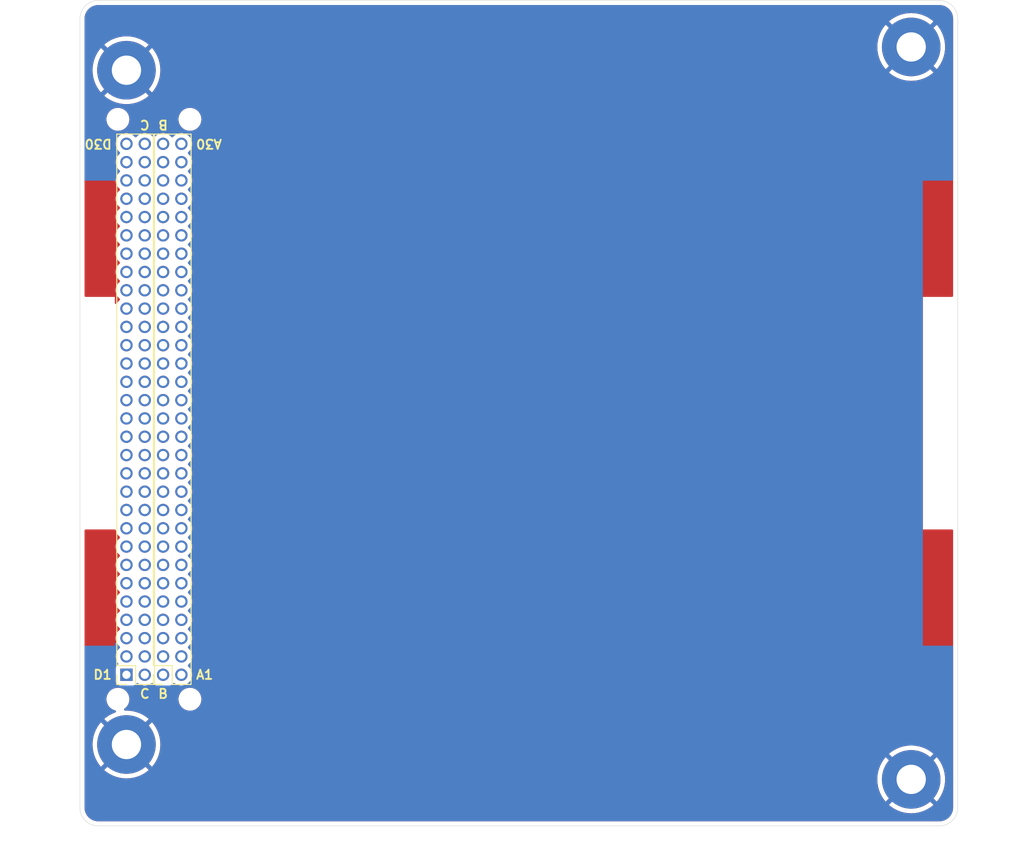
<source format=kicad_pcb>
(kicad_pcb (version 20241229) (generator "pcbnew") (generator_version "9.0")
  (title_block (title "PCI-104 Template") (date "2024-10-19") (rev "A") (company "GU Orbit") (comment 1 "PLS NO MORE IMPERIAL UNITS"))
  (layers (0 "F.Cu" signal) (2 "B.Cu" signal) (13 "F.Paste" user) (15 "B.Paste" user) (5 "F.SilkS" user "F.Silkscreen") (7 "B.SilkS" user "B.Silkscreen") (1 "F.Mask" user) (3 "B.Mask" user) (25 "Edge.Cuts" user))
  (net 0 "")
  (net 1 "GND")
  (footprint "MountingHole:MountingHole_3.2mm_M3_Pad_TopBottom" (layer "F.Cu") (at 140.725 134.43)
    (property "Reference" "H4" (hide yes))
    (property "Value" "MountingHole_Pad")
    (pad "1" thru_hole circle (at 0 0) (size 3.6 3.6) (drill 3.2) (layers "*.Cu" "*.Mask") (net 1 "GND"))
    (pad "1" connect circle (at 0 0) (size 6.4 6.4) (layers "F.Cu" "F.Mask") (net 1 "GND"))
    (pad "1" connect circle (at 0 0) (size 6.4 6.4) (layers "B.Cu" "B.Mask") (net 1 "GND"))
  )
  (footprint "MountingHole:MountingHole_3.2mm_M3_Pad_TopBottom" (layer "F.Cu") (at 140.725 54.42)
    (property "Reference" "H2" (hide yes))
    (property "Value" "MountingHole_Pad")
    (pad "1" thru_hole circle (at 0 0) (size 3.6 3.6) (drill 3.2) (layers "*.Cu" "*.Mask") (net 1 "GND"))
    (pad "1" connect circle (at 0 0) (size 6.4 6.4) (layers "F.Cu" "F.Mask") (net 1 "GND"))
    (pad "1" connect circle (at 0 0) (size 6.4 6.4) (layers "B.Cu" "B.Mask") (net 1 "GND"))
  )
  (footprint "Connector_PinSocket_2.00mm:PinSocket_2x30_P2.00mm_Vertical" (layer "F.Cu") (at 59 123 180)
    (property "Reference" "J1" (hide yes))
    (property "Value" "Conn_02x30_Row_Letter_First")
    (fp_line (start 1.06 1) (end 1.06 59.06) (stroke (width 0.12)) (layer "F.SilkS"))
    (fp_line (start 1.06 -1.06) (end 1.06 0) (stroke (width 0.12)) (layer "F.SilkS"))
    (fp_line (start 0 -1.06) (end 1.06 -1.06) (stroke (width 0.12)) (layer "F.SilkS"))
    (fp_line (start -1 1) (end 1.06 1) (stroke (width 0.12)) (layer "F.SilkS"))
    (fp_line (start -1 -1.06) (end -1 1) (stroke (width 0.12)) (layer "F.SilkS"))
    (fp_line (start -3.06 59.06) (end 1.06 59.06) (stroke (width 0.12)) (layer "F.SilkS"))
    (fp_line (start -3.06 -1.06) (end -1 -1.06) (stroke (width 0.12)) (layer "F.SilkS"))
    (fp_line (start -3.06 -1.06) (end -3.06 59.06) (stroke (width 0.12)) (layer "F.SilkS"))
    (pad "a1" thru_hole oval (at -2 0 180) (size 1.35 1.35) (drill 0.9) (layers "*.Cu" "*.Mask"))
    (pad "a2" thru_hole oval (at -2 2 180) (size 1.35 1.35) (drill 0.9) (layers "*.Cu" "*.Mask"))
    (pad "a3" thru_hole oval (at -2 4 180) (size 1.35 1.35) (drill 0.9) (layers "*.Cu" "*.Mask"))
    (pad "a4" thru_hole oval (at -2 6 180) (size 1.35 1.35) (drill 0.9) (layers "*.Cu" "*.Mask"))
    (pad "a5" thru_hole oval (at -2 8 180) (size 1.35 1.35) (drill 0.9) (layers "*.Cu" "*.Mask"))
    (pad "a6" thru_hole oval (at -2 10 180) (size 1.35 1.35) (drill 0.9) (layers "*.Cu" "*.Mask"))
    (pad "a7" thru_hole oval (at -2 12 180) (size 1.35 1.35) (drill 0.9) (layers "*.Cu" "*.Mask"))
    (pad "a8" thru_hole oval (at -2 14 180) (size 1.35 1.35) (drill 0.9) (layers "*.Cu" "*.Mask"))
    (pad "a9" thru_hole oval (at -2 16 180) (size 1.35 1.35) (drill 0.9) (layers "*.Cu" "*.Mask"))
    (pad "a10" thru_hole oval (at -2 18 180) (size 1.35 1.35) (drill 0.9) (layers "*.Cu" "*.Mask"))
    (pad "a11" thru_hole oval (at -2 20 180) (size 1.35 1.35) (drill 0.9) (layers "*.Cu" "*.Mask"))
    (pad "a12" thru_hole oval (at -2 22 180) (size 1.35 1.35) (drill 0.9) (layers "*.Cu" "*.Mask"))
    (pad "a13" thru_hole oval (at -2 24 180) (size 1.35 1.35) (drill 0.9) (layers "*.Cu" "*.Mask"))
    (pad "a14" thru_hole oval (at -2 26 180) (size 1.35 1.35) (drill 0.9) (layers "*.Cu" "*.Mask"))
    (pad "a15" thru_hole oval (at -2 28 180) (size 1.35 1.35) (drill 0.9) (layers "*.Cu" "*.Mask"))
    (pad "a16" thru_hole oval (at -2 30 180) (size 1.35 1.35) (drill 0.9) (layers "*.Cu" "*.Mask"))
    (pad "a17" thru_hole oval (at -2 32 180) (size 1.35 1.35) (drill 0.9) (layers "*.Cu" "*.Mask"))
    (pad "a18" thru_hole oval (at -2 34 180) (size 1.35 1.35) (drill 0.9) (layers "*.Cu" "*.Mask"))
    (pad "a19" thru_hole oval (at -2 36 180) (size 1.35 1.35) (drill 0.9) (layers "*.Cu" "*.Mask"))
    (pad "a20" thru_hole oval (at -2 38 180) (size 1.35 1.35) (drill 0.9) (layers "*.Cu" "*.Mask"))
    (pad "a21" thru_hole oval (at -2 40 180) (size 1.35 1.35) (drill 0.9) (layers "*.Cu" "*.Mask"))
    (pad "a22" thru_hole oval (at -2 42 180) (size 1.35 1.35) (drill 0.9) (layers "*.Cu" "*.Mask"))
    (pad "a23" thru_hole oval (at -2 44 180) (size 1.35 1.35) (drill 0.9) (layers "*.Cu" "*.Mask"))
    (pad "a24" thru_hole oval (at -2 46 180) (size 1.35 1.35) (drill 0.9) (layers "*.Cu" "*.Mask"))
    (pad "a25" thru_hole oval (at -2 48 180) (size 1.35 1.35) (drill 0.9) (layers "*.Cu" "*.Mask"))
    (pad "a26" thru_hole oval (at -2 50 180) (size 1.35 1.35) (drill 0.9) (layers "*.Cu" "*.Mask"))
    (pad "a27" thru_hole oval (at -2 52 180) (size 1.35 1.35) (drill 0.9) (layers "*.Cu" "*.Mask"))
    (pad "a28" thru_hole oval (at -2 54 180) (size 1.35 1.35) (drill 0.9) (layers "*.Cu" "*.Mask"))
    (pad "a29" thru_hole oval (at -2 56 180) (size 1.35 1.35) (drill 0.9) (layers "*.Cu" "*.Mask"))
    (pad "a30" thru_hole oval (at -2 58 180) (size 1.35 1.35) (drill 0.9) (layers "*.Cu" "*.Mask"))
    (pad "b1" thru_hole oval (at 0 0 180) (size 1.35 1.35) (drill 0.9) (layers "*.Cu" "*.Mask"))
    (pad "b2" thru_hole oval (at 0 2 180) (size 1.35 1.35) (drill 0.9) (layers "*.Cu" "*.Mask"))
    (pad "b3" thru_hole oval (at 0 4 180) (size 1.35 1.35) (drill 0.9) (layers "*.Cu" "*.Mask"))
    (pad "b4" thru_hole oval (at 0 6 180) (size 1.35 1.35) (drill 0.9) (layers "*.Cu" "*.Mask"))
    (pad "b5" thru_hole oval (at 0 8 180) (size 1.35 1.35) (drill 0.9) (layers "*.Cu" "*.Mask"))
    (pad "b6" thru_hole oval (at 0 10 180) (size 1.35 1.35) (drill 0.9) (layers "*.Cu" "*.Mask"))
    (pad "b7" thru_hole oval (at 0 12 180) (size 1.35 1.35) (drill 0.9) (layers "*.Cu" "*.Mask"))
    (pad "b8" thru_hole oval (at 0 14 180) (size 1.35 1.35) (drill 0.9) (layers "*.Cu" "*.Mask"))
    (pad "b9" thru_hole oval (at 0 16 180) (size 1.35 1.35) (drill 0.9) (layers "*.Cu" "*.Mask"))
    (pad "b10" thru_hole oval (at 0 18 180) (size 1.35 1.35) (drill 0.9) (layers "*.Cu" "*.Mask"))
    (pad "b11" thru_hole oval (at 0 20 180) (size 1.35 1.35) (drill 0.9) (layers "*.Cu" "*.Mask"))
    (pad "b12" thru_hole oval (at 0 22 180) (size 1.35 1.35) (drill 0.9) (layers "*.Cu" "*.Mask"))
    (pad "b13" thru_hole oval (at 0 24 180) (size 1.35 1.35) (drill 0.9) (layers "*.Cu" "*.Mask"))
    (pad "b14" thru_hole oval (at 0 26 180) (size 1.35 1.35) (drill 0.9) (layers "*.Cu" "*.Mask"))
    (pad "b15" thru_hole oval (at 0 28 180) (size 1.35 1.35) (drill 0.9) (layers "*.Cu" "*.Mask"))
    (pad "b16" thru_hole oval (at 0 30 180) (size 1.35 1.35) (drill 0.9) (layers "*.Cu" "*.Mask"))
    (pad "b17" thru_hole oval (at 0 32 180) (size 1.35 1.35) (drill 0.9) (layers "*.Cu" "*.Mask"))
    (pad "b18" thru_hole oval (at 0 34 180) (size 1.35 1.35) (drill 0.9) (layers "*.Cu" "*.Mask"))
    (pad "b19" thru_hole oval (at 0 36 180) (size 1.35 1.35) (drill 0.9) (layers "*.Cu" "*.Mask"))
    (pad "b20" thru_hole oval (at 0 38 180) (size 1.35 1.35) (drill 0.9) (layers "*.Cu" "*.Mask"))
    (pad "b21" thru_hole oval (at 0 40 180) (size 1.35 1.35) (drill 0.9) (layers "*.Cu" "*.Mask"))
    (pad "b22" thru_hole oval (at 0 42 180) (size 1.35 1.35) (drill 0.9) (layers "*.Cu" "*.Mask"))
    (pad "b23" thru_hole oval (at 0 44 180) (size 1.35 1.35) (drill 0.9) (layers "*.Cu" "*.Mask"))
    (pad "b24" thru_hole oval (at 0 46 180) (size 1.35 1.35) (drill 0.9) (layers "*.Cu" "*.Mask"))
    (pad "b25" thru_hole oval (at 0 48 180) (size 1.35 1.35) (drill 0.9) (layers "*.Cu" "*.Mask"))
    (pad "b26" thru_hole oval (at 0 50 180) (size 1.35 1.35) (drill 0.9) (layers "*.Cu" "*.Mask"))
    (pad "b27" thru_hole oval (at 0 52 180) (size 1.35 1.35) (drill 0.9) (layers "*.Cu" "*.Mask"))
    (pad "b28" thru_hole oval (at 0 54 180) (size 1.35 1.35) (drill 0.9) (layers "*.Cu" "*.Mask"))
    (pad "b29" thru_hole oval (at 0 56 180) (size 1.35 1.35) (drill 0.9) (layers "*.Cu" "*.Mask"))
    (pad "b30" thru_hole oval (at 0 58 180) (size 1.35 1.35) (drill 0.9) (layers "*.Cu" "*.Mask"))
  )
  (footprint "MountingHole:MountingHole_2mm" (layer "F.Cu") (at 61.935 62.325)
    (property "Reference" "H6" (hide yes))
    (property "Value" "MountingHole")
    (pad "" np_thru_hole circle (at 0 0) (size 2 2) (drill 2) (layers "*.Cu" "*.Mask"))
  )
  (footprint "MountingHole:MountingHole_2mm" (layer "F.Cu") (at 54.065 62.325)
    (property "Reference" "H5" (hide yes))
    (property "Value" "MountingHole")
    (pad "" np_thru_hole circle (at 0 0) (size 2 2) (drill 2) (layers "*.Cu" "*.Mask"))
  )
  (footprint "MountingHole:MountingHole_2mm" (layer "F.Cu") (at 54.065 125.675)
    (property "Reference" "H7" (hide yes))
    (property "Value" "MountingHole")
    (pad "" np_thru_hole circle (at 0 0) (size 2 2) (drill 2) (layers "*.Cu" "*.Mask"))
  )
  (footprint "MountingHole:MountingHole_3.2mm_M3_Pad_TopBottom" (layer "F.Cu") (at 55 56.96)
    (property "Reference" "H1" (hide yes))
    (property "Value" "MountingHole_Pad")
    (pad "1" thru_hole circle (at 0 0) (size 3.6 3.6) (drill 3.2) (layers "*.Cu" "*.Mask") (net 1 "GND"))
    (pad "1" connect circle (at 0 0) (size 6.4 6.4) (layers "F.Cu" "F.Mask") (net 1 "GND"))
    (pad "1" connect circle (at 0 0) (size 6.4 6.4) (layers "B.Cu" "B.Mask") (net 1 "GND"))
  )
  (footprint "MountingHole:MountingHole_3.2mm_M3_Pad_TopBottom" (layer "F.Cu") (at 55 130.62)
    (property "Reference" "H3" (hide yes))
    (property "Value" "MountingHole_Pad")
    (pad "1" thru_hole circle (at 0 0) (size 3.6 3.6) (drill 3.2) (layers "*.Cu" "*.Mask") (net 1 "GND"))
    (pad "1" connect circle (at 0 0) (size 6.4 6.4) (layers "F.Cu" "F.Mask") (net 1 "GND"))
    (pad "1" connect circle (at 0 0) (size 6.4 6.4) (layers "B.Cu" "B.Mask") (net 1 "GND"))
  )
  (footprint "MountingHole:MountingHole_2mm" (layer "F.Cu") (at 61.935 125.675)
    (property "Reference" "H8" (hide yes))
    (property "Value" "MountingHole")
    (pad "" np_thru_hole circle (at 0 0) (size 2 2) (drill 2) (layers "*.Cu" "*.Mask"))
  )
  (footprint "Connector_PinSocket_2.00mm:PinSocket_2x30_P2.00mm_Vertical" (layer "F.Cu") (at 55 123 180)
    (property "Reference" "J2" (hide yes))
    (property "Value" "Conn_02x30_Row_Letter_First")
    (fp_line (start 1.06 1) (end 1.06 59.06) (stroke (width 0.12)) (layer "F.SilkS"))
    (fp_line (start 1.06 -1.06) (end 1.06 0) (stroke (width 0.12)) (layer "F.SilkS"))
    (fp_line (start 0 -1.06) (end 1.06 -1.06) (stroke (width 0.12)) (layer "F.SilkS"))
    (fp_line (start -1 1) (end 1.06 1) (stroke (width 0.12)) (layer "F.SilkS"))
    (fp_line (start -1 -1.06) (end -1 1) (stroke (width 0.12)) (layer "F.SilkS"))
    (fp_line (start -3.06 59.06) (end 1.06 59.06) (stroke (width 0.12)) (layer "F.SilkS"))
    (fp_line (start -3.06 -1.06) (end -1 -1.06) (stroke (width 0.12)) (layer "F.SilkS"))
    (fp_line (start -3.06 -1.06) (end -3.06 59.06) (stroke (width 0.12)) (layer "F.SilkS"))
    (pad "c1" thru_hole oval (at -2 0 180) (size 1.35 1.35) (drill 0.9) (layers "*.Cu" "*.Mask"))
    (pad "c2" thru_hole oval (at -2 2 180) (size 1.35 1.35) (drill 0.9) (layers "*.Cu" "*.Mask"))
    (pad "c3" thru_hole oval (at -2 4 180) (size 1.35 1.35) (drill 0.9) (layers "*.Cu" "*.Mask"))
    (pad "c4" thru_hole oval (at -2 6 180) (size 1.35 1.35) (drill 0.9) (layers "*.Cu" "*.Mask"))
    (pad "c5" thru_hole oval (at -2 8 180) (size 1.35 1.35) (drill 0.9) (layers "*.Cu" "*.Mask"))
    (pad "c6" thru_hole oval (at -2 10 180) (size 1.35 1.35) (drill 0.9) (layers "*.Cu" "*.Mask"))
    (pad "c7" thru_hole oval (at -2 12 180) (size 1.35 1.35) (drill 0.9) (layers "*.Cu" "*.Mask"))
    (pad "c8" thru_hole oval (at -2 14 180) (size 1.35 1.35) (drill 0.9) (layers "*.Cu" "*.Mask"))
    (pad "c9" thru_hole oval (at -2 16 180) (size 1.35 1.35) (drill 0.9) (layers "*.Cu" "*.Mask"))
    (pad "c10" thru_hole oval (at -2 18 180) (size 1.35 1.35) (drill 0.9) (layers "*.Cu" "*.Mask"))
    (pad "c11" thru_hole oval (at -2 20 180) (size 1.35 1.35) (drill 0.9) (layers "*.Cu" "*.Mask"))
    (pad "c12" thru_hole oval (at -2 22 180) (size 1.35 1.35) (drill 0.9) (layers "*.Cu" "*.Mask"))
    (pad "c13" thru_hole oval (at -2 24 180) (size 1.35 1.35) (drill 0.9) (layers "*.Cu" "*.Mask"))
    (pad "c14" thru_hole oval (at -2 26 180) (size 1.35 1.35) (drill 0.9) (layers "*.Cu" "*.Mask"))
    (pad "c15" thru_hole oval (at -2 28 180) (size 1.35 1.35) (drill 0.9) (layers "*.Cu" "*.Mask"))
    (pad "c16" thru_hole oval (at -2 30 180) (size 1.35 1.35) (drill 0.9) (layers "*.Cu" "*.Mask"))
    (pad "c17" thru_hole oval (at -2 32 180) (size 1.35 1.35) (drill 0.9) (layers "*.Cu" "*.Mask"))
    (pad "c18" thru_hole oval (at -2 34 180) (size 1.35 1.35) (drill 0.9) (layers "*.Cu" "*.Mask"))
    (pad "c19" thru_hole oval (at -2 36 180) (size 1.35 1.35) (drill 0.9) (layers "*.Cu" "*.Mask"))
    (pad "c20" thru_hole oval (at -2 38 180) (size 1.35 1.35) (drill 0.9) (layers "*.Cu" "*.Mask"))
    (pad "c21" thru_hole oval (at -2 40 180) (size 1.35 1.35) (drill 0.9) (layers "*.Cu" "*.Mask"))
    (pad "c22" thru_hole oval (at -2 42 180) (size 1.35 1.35) (drill 0.9) (layers "*.Cu" "*.Mask"))
    (pad "c23" thru_hole oval (at -2 44 180) (size 1.35 1.35) (drill 0.9) (layers "*.Cu" "*.Mask"))
    (pad "c24" thru_hole oval (at -2 46 180) (size 1.35 1.35) (drill 0.9) (layers "*.Cu" "*.Mask"))
    (pad "c25" thru_hole oval (at -2 48 180) (size 1.35 1.35) (drill 0.9) (layers "*.Cu" "*.Mask"))
    (pad "c26" thru_hole oval (at -2 50 180) (size 1.35 1.35) (drill 0.9) (layers "*.Cu" "*.Mask"))
    (pad "c27" thru_hole oval (at -2 52 180) (size 1.35 1.35) (drill 0.9) (layers "*.Cu" "*.Mask"))
    (pad "c28" thru_hole oval (at -2 54 180) (size 1.35 1.35) (drill 0.9) (layers "*.Cu" "*.Mask"))
    (pad "c29" thru_hole oval (at -2 56 180) (size 1.35 1.35) (drill 0.9) (layers "*.Cu" "*.Mask"))
    (pad "c30" thru_hole oval (at -2 58 180) (size 1.35 1.35) (drill 0.9) (layers "*.Cu" "*.Mask"))
    (pad "d1" thru_hole rect (at 0 0 180) (size 1.35 1.35) (drill 0.9) (layers "*.Cu" "*.Mask"))
    (pad "d2" thru_hole oval (at 0 2 180) (size 1.35 1.35) (drill 0.9) (layers "*.Cu" "*.Mask"))
    (pad "d3" thru_hole oval (at 0 4 180) (size 1.35 1.35) (drill 0.9) (layers "*.Cu" "*.Mask"))
    (pad "d4" thru_hole oval (at 0 6 180) (size 1.35 1.35) (drill 0.9) (layers "*.Cu" "*.Mask"))
    (pad "d5" thru_hole oval (at 0 8 180) (size 1.35 1.35) (drill 0.9) (layers "*.Cu" "*.Mask"))
    (pad "d6" thru_hole oval (at 0 10 180) (size 1.35 1.35) (drill 0.9) (layers "*.Cu" "*.Mask"))
    (pad "d7" thru_hole oval (at 0 12 180) (size 1.35 1.35) (drill 0.9) (layers "*.Cu" "*.Mask"))
    (pad "d8" thru_hole oval (at 0 14 180) (size 1.35 1.35) (drill 0.9) (layers "*.Cu" "*.Mask"))
    (pad "d9" thru_hole oval (at 0 16 180) (size 1.35 1.35) (drill 0.9) (layers "*.Cu" "*.Mask"))
    (pad "d10" thru_hole oval (at 0 18 180) (size 1.35 1.35) (drill 0.9) (layers "*.Cu" "*.Mask"))
    (pad "d11" thru_hole oval (at 0 20 180) (size 1.35 1.35) (drill 0.9) (layers "*.Cu" "*.Mask"))
    (pad "d12" thru_hole oval (at 0 22 180) (size 1.35 1.35) (drill 0.9) (layers "*.Cu" "*.Mask"))
    (pad "d13" thru_hole oval (at 0 24 180) (size 1.35 1.35) (drill 0.9) (layers "*.Cu" "*.Mask"))
    (pad "d14" thru_hole oval (at 0 26 180) (size 1.35 1.35) (drill 0.9) (layers "*.Cu" "*.Mask"))
    (pad "d15" thru_hole oval (at 0 28 180) (size 1.35 1.35) (drill 0.9) (layers "*.Cu" "*.Mask"))
    (pad "d16" thru_hole oval (at 0 30 180) (size 1.35 1.35) (drill 0.9) (layers "*.Cu" "*.Mask"))
    (pad "d17" thru_hole oval (at 0 32 180) (size 1.35 1.35) (drill 0.9) (layers "*.Cu" "*.Mask"))
    (pad "d18" thru_hole oval (at 0 34 180) (size 1.35 1.35) (drill 0.9) (layers "*.Cu" "*.Mask"))
    (pad "d19" thru_hole oval (at 0 36 180) (size 1.35 1.35) (drill 0.9) (layers "*.Cu" "*.Mask"))
    (pad "d20" thru_hole oval (at 0 38 180) (size 1.35 1.35) (drill 0.9) (layers "*.Cu" "*.Mask"))
    (pad "d21" thru_hole oval (at 0 40 180) (size 1.35 1.35) (drill 0.9) (layers "*.Cu" "*.Mask"))
    (pad "d22" thru_hole oval (at 0 42 180) (size 1.35 1.35) (drill 0.9) (layers "*.Cu" "*.Mask"))
    (pad "d23" thru_hole oval (at 0 44 180) (size 1.35 1.35) (drill 0.9) (layers "*.Cu" "*.Mask"))
    (pad "d24" thru_hole oval (at 0 46 180) (size 1.35 1.35) (drill 0.9) (layers "*.Cu" "*.Mask"))
    (pad "d25" thru_hole oval (at 0 48 180) (size 1.35 1.35) (drill 0.9) (layers "*.Cu" "*.Mask"))
    (pad "d26" thru_hole oval (at 0 50 180) (size 1.35 1.35) (drill 0.9) (layers "*.Cu" "*.Mask"))
    (pad "d27" thru_hole oval (at 0 52 180) (size 1.35 1.35) (drill 0.9) (layers "*.Cu" "*.Mask"))
    (pad "d28" thru_hole oval (at 0 54 180) (size 1.35 1.35) (drill 0.9) (layers "*.Cu" "*.Mask"))
    (pad "d29" thru_hole oval (at 0 56 180) (size 1.35 1.35) (drill 0.9) (layers "*.Cu" "*.Mask"))
    (pad "d30" thru_hole oval (at 0 58 180) (size 1.35 1.35) (drill 0.9) (layers "*.Cu" "*.Mask"))
  )
  (gr_line (start 51.92 49.34) (end 143.805 49.34) (stroke (width 0.05)) (layer "Edge.Cuts"))
  (gr_arc (start 145.805 137.51) (mid 145.219214 138.924214) (end 143.805 139.51) (stroke (width 0.05)) (layer "Edge.Cuts"))
  (gr_line (start 49.92 137.51) (end 49.92 51.34) (stroke (width 0.05)) (layer "Edge.Cuts"))
  (gr_line (start 143.805 139.51) (end 51.92 139.51) (stroke (width 0.05)) (layer "Edge.Cuts"))
  (gr_arc (start 49.92 51.34) (mid 50.505786 49.925786) (end 51.92 49.34) (stroke (width 0.05)) (layer "Edge.Cuts"))
  (gr_line (start 145.805 51.34) (end 145.805 137.51) (stroke (width 0.05)) (layer "Edge.Cuts"))
  (gr_arc (start 51.92 139.51) (mid 50.505786 138.924214) (end 49.92 137.51) (stroke (width 0.05)) (layer "Edge.Cuts"))
  (gr_arc (start 143.805 49.34) (mid 145.219214 49.925786) (end 145.805 51.34) (stroke (width 0.05)) (layer "Edge.Cuts"))
  (gr_text "C" (at 57 124.5 0) (layer "F.SilkS") (effects (font (size 1 1) (thickness 0.2) (bold yes)) (justify top)))
  (gr_text "D30" (at 53.5 65 180) (layer "F.SilkS") (effects (font (size 1 1) (thickness 0.2) (bold yes)) (justify left)))
  (gr_text "B" (at 59 124.5 0) (layer "F.SilkS") (effects (font (size 1 1) (thickness 0.2) (bold yes)) (justify top)))
  (gr_text "A1" (at 62.5 123 0) (layer "F.SilkS") (effects (font (size 1 1) (thickness 0.2) (bold yes)) (justify left)))
  (gr_text "C" (at 57 63.5 180) (layer "F.SilkS") (effects (font (size 1 1) (thickness 0.2) (bold yes)) (justify top)))
  (gr_text "B" (at 59 63.5 180) (layer "F.SilkS") (effects (font (size 1 1) (thickness 0.2) (bold yes)) (justify top)))
  (gr_text "A30" (at 62.5 65 180) (layer "F.SilkS") (effects (font (size 1 1) (thickness 0.2) (bold yes)) (justify right)))
  (gr_text "D1" (at 53.5 123 0) (layer "F.SilkS") (effects (font (size 1 1) (thickness 0.2) (bold yes)) (justify right)))
  (zone (net 1) (net_name "GND") (layer "F.Cu") (connect_pads (clearance 0.5)) (min_thickness 0.25) (fill yes (thermal_gap 0.5) (thermal_bridge_width 0.5))
    (polygon (pts (xy 49.92 49.34) (xy 145.805 49.34) (xy 145.805 139.51) (xy 49.92 139.51)))
  )
  (zone (net 0) (net_name "") (layers "F.Cu" "Dwgs.User") (connect_pads (clearance 0)) (min_thickness 0.25)
    (keepout (tracks not_allowed) (vias not_allowed) (pads not_allowed) (copperpour not_allowed) (footprints allowed))
    (fill (thermal_gap 0.5) (thermal_bridge_width 0.5))
    (polygon (pts (xy 141.995 81.725) (xy 145.805 81.725) (xy 145.805 107.125) (xy 141.995 107.125)))
  )
  (zone (net 0) (net_name "") (layers "F.Cu" "Dwgs.User") (connect_pads (clearance 0)) (min_thickness 0.25)
    (keepout (tracks not_allowed) (vias not_allowed) (pads not_allowed) (copperpour not_allowed) (footprints allowed))
    (fill (thermal_gap 0.5) (thermal_bridge_width 0.5))
    (polygon (pts (xy 49.92 81.725) (xy 53.73 81.725) (xy 53.73 107.125) (xy 49.92 107.125)))
  )
  (zone (net 0) (net_name "") (layer "B.Cu") (connect_pads (clearance 0)) (min_thickness 0.25)
    (keepout (tracks not_allowed) (vias not_allowed) (pads not_allowed) (copperpour not_allowed) (footprints allowed))
    (fill (thermal_gap 0.5) (thermal_bridge_width 0.5))
    (polygon (pts (xy 141.995 69.025) (xy 145.805 69.025) (xy 145.805 119.825) (xy 141.995 119.825)))
  )
  (zone (net 1) (net_name "GND") (layer "B.Cu") (connect_pads (clearance 0.5)) (min_thickness 0.25) (fill yes (thermal_gap 0.5) (thermal_bridge_width 0.5))
    (polygon (pts (xy 49.92 49.34) (xy 145.805 49.34) (xy 145.805 139.51) (xy 49.92 139.51)))
  )
  (zone (net 0) (net_name "") (layer "B.Cu") (connect_pads (clearance 0)) (min_thickness 0.25)
    (keepout (tracks not_allowed) (vias not_allowed) (pads not_allowed) (copperpour not_allowed) (footprints allowed))
    (fill (thermal_gap 0.5) (thermal_bridge_width 0.5))
    (polygon (pts (xy 49.92 69.025) (xy 53.73 69.025) (xy 53.73 119.825) (xy 49.92 119.825)))
  )
)
</source>
